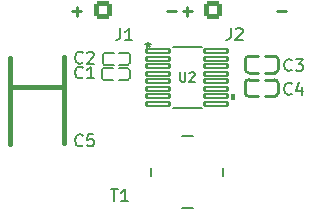
<source format=gto>
G04 #@! TF.GenerationSoftware,KiCad,Pcbnew,(6.0.7-1)-1*
G04 #@! TF.CreationDate,2024-07-24T16:53:05+03:00*
G04 #@! TF.ProjectId,Thermal,54686572-6d61-46c2-9e6b-696361645f70,rev?*
G04 #@! TF.SameCoordinates,Original*
G04 #@! TF.FileFunction,Legend,Top*
G04 #@! TF.FilePolarity,Positive*
%FSLAX46Y46*%
G04 Gerber Fmt 4.6, Leading zero omitted, Abs format (unit mm)*
G04 Created by KiCad (PCBNEW (6.0.7-1)-1) date 2024-07-24 16:53:05*
%MOMM*%
%LPD*%
G01*
G04 APERTURE LIST*
G04 Aperture macros list*
%AMRoundRect*
0 Rectangle with rounded corners*
0 $1 Rounding radius*
0 $2 $3 $4 $5 $6 $7 $8 $9 X,Y pos of 4 corners*
0 Add a 4 corners polygon primitive as box body*
4,1,4,$2,$3,$4,$5,$6,$7,$8,$9,$2,$3,0*
0 Add four circle primitives for the rounded corners*
1,1,$1+$1,$2,$3*
1,1,$1+$1,$4,$5*
1,1,$1+$1,$6,$7*
1,1,$1+$1,$8,$9*
0 Add four rect primitives between the rounded corners*
20,1,$1+$1,$2,$3,$4,$5,0*
20,1,$1+$1,$4,$5,$6,$7,0*
20,1,$1+$1,$6,$7,$8,$9,0*
20,1,$1+$1,$8,$9,$2,$3,0*%
G04 Aperture macros list end*
%ADD10C,0.250000*%
%ADD11C,0.150000*%
%ADD12C,0.152400*%
%ADD13C,0.025400*%
%ADD14C,0.059995*%
%ADD15C,0.254001*%
%ADD16C,0.150013*%
%ADD17C,0.400000*%
%ADD18RoundRect,0.102000X-0.990600X-0.177800X0.990600X-0.177800X0.990600X0.177800X-0.990600X0.177800X0*%
%ADD19R,0.790094X0.540005*%
%ADD20RoundRect,0.250000X-0.550000X-0.550000X0.550000X-0.550000X0.550000X0.550000X-0.550000X0.550000X0*%
%ADD21C,1.600000*%
%ADD22R,0.800000X0.900000*%
%ADD23R,2.800000X2.700000*%
%ADD24C,2.200000*%
%ADD25R,3.009906X2.799086*%
G04 APERTURE END LIST*
D10*
X409080952Y-94021428D02*
X408319047Y-94021428D01*
X401080952Y-94021428D02*
X400319047Y-94021428D01*
X400700000Y-94402380D02*
X400700000Y-93640476D01*
X391730952Y-94021428D02*
X390969047Y-94021428D01*
X391350000Y-94402380D02*
X391350000Y-93640476D01*
X399730952Y-94021428D02*
X398969047Y-94021428D01*
D11*
X400090130Y-99201963D02*
X400090130Y-99839384D01*
X400127626Y-99914375D01*
X400165121Y-99951870D01*
X400240112Y-99989365D01*
X400390093Y-99989365D01*
X400465084Y-99951870D01*
X400502579Y-99914375D01*
X400540074Y-99839384D01*
X400540074Y-99201963D01*
X400877532Y-99276954D02*
X400915028Y-99239459D01*
X400990018Y-99201963D01*
X401177495Y-99201963D01*
X401252486Y-99239459D01*
X401289981Y-99276954D01*
X401327476Y-99351945D01*
X401327476Y-99426935D01*
X401289981Y-99539421D01*
X400840037Y-99989365D01*
X401327476Y-99989365D01*
X397388056Y-96647140D02*
X397388056Y-96885236D01*
X397149960Y-96789998D02*
X397388056Y-96885236D01*
X397626151Y-96789998D01*
X397245198Y-97075712D02*
X397388056Y-96885236D01*
X397530913Y-97075712D01*
X391833333Y-99607142D02*
X391785714Y-99654761D01*
X391642857Y-99702380D01*
X391547619Y-99702380D01*
X391404761Y-99654761D01*
X391309523Y-99559523D01*
X391261904Y-99464285D01*
X391214285Y-99273809D01*
X391214285Y-99130952D01*
X391261904Y-98940476D01*
X391309523Y-98845238D01*
X391404761Y-98750000D01*
X391547619Y-98702380D01*
X391642857Y-98702380D01*
X391785714Y-98750000D01*
X391833333Y-98797619D01*
X392785714Y-99702380D02*
X392214285Y-99702380D01*
X392500000Y-99702380D02*
X392500000Y-98702380D01*
X392404761Y-98845238D01*
X392309523Y-98940476D01*
X392214285Y-98988095D01*
X404366666Y-95452380D02*
X404366666Y-96166666D01*
X404319047Y-96309523D01*
X404223809Y-96404761D01*
X404080952Y-96452380D01*
X403985714Y-96452380D01*
X404795238Y-95547619D02*
X404842857Y-95500000D01*
X404938095Y-95452380D01*
X405176190Y-95452380D01*
X405271428Y-95500000D01*
X405319047Y-95547619D01*
X405366666Y-95642857D01*
X405366666Y-95738095D01*
X405319047Y-95880952D01*
X404747619Y-96452380D01*
X405366666Y-96452380D01*
X409523389Y-98990302D02*
X409475770Y-99037921D01*
X409332913Y-99085540D01*
X409237675Y-99085540D01*
X409094817Y-99037921D01*
X408999579Y-98942683D01*
X408951960Y-98847445D01*
X408904341Y-98656969D01*
X408904341Y-98514112D01*
X408951960Y-98323636D01*
X408999579Y-98228398D01*
X409094817Y-98133160D01*
X409237675Y-98085540D01*
X409332913Y-98085540D01*
X409475770Y-98133160D01*
X409523389Y-98180779D01*
X409856722Y-98085540D02*
X410475770Y-98085540D01*
X410142436Y-98466493D01*
X410285294Y-98466493D01*
X410380532Y-98514112D01*
X410428151Y-98561731D01*
X410475770Y-98656969D01*
X410475770Y-98895064D01*
X410428151Y-98990302D01*
X410380532Y-99037921D01*
X410285294Y-99085540D01*
X409999579Y-99085540D01*
X409904341Y-99037921D01*
X409856722Y-98990302D01*
X395016666Y-95452380D02*
X395016666Y-96166666D01*
X394969047Y-96309523D01*
X394873809Y-96404761D01*
X394730952Y-96452380D01*
X394635714Y-96452380D01*
X396016666Y-96452380D02*
X395445238Y-96452380D01*
X395730952Y-96452380D02*
X395730952Y-95452380D01*
X395635714Y-95595238D01*
X395540476Y-95690476D01*
X395445238Y-95738095D01*
X391833333Y-98357142D02*
X391785714Y-98404761D01*
X391642857Y-98452380D01*
X391547619Y-98452380D01*
X391404761Y-98404761D01*
X391309523Y-98309523D01*
X391261904Y-98214285D01*
X391214285Y-98023809D01*
X391214285Y-97880952D01*
X391261904Y-97690476D01*
X391309523Y-97595238D01*
X391404761Y-97500000D01*
X391547619Y-97452380D01*
X391642857Y-97452380D01*
X391785714Y-97500000D01*
X391833333Y-97547619D01*
X392214285Y-97547619D02*
X392261904Y-97500000D01*
X392357142Y-97452380D01*
X392595238Y-97452380D01*
X392690476Y-97500000D01*
X392738095Y-97547619D01*
X392785714Y-97642857D01*
X392785714Y-97738095D01*
X392738095Y-97880952D01*
X392166666Y-98452380D01*
X392785714Y-98452380D01*
X394238095Y-109085540D02*
X394809523Y-109085540D01*
X394523809Y-110085540D02*
X394523809Y-109085540D01*
X395666666Y-110085540D02*
X395095238Y-110085540D01*
X395380952Y-110085540D02*
X395380952Y-109085540D01*
X395285714Y-109228398D01*
X395190476Y-109323636D01*
X395095238Y-109371255D01*
X391833333Y-105357142D02*
X391785714Y-105404761D01*
X391642857Y-105452380D01*
X391547619Y-105452380D01*
X391404761Y-105404761D01*
X391309523Y-105309523D01*
X391261904Y-105214285D01*
X391214285Y-105023809D01*
X391214285Y-104880952D01*
X391261904Y-104690476D01*
X391309523Y-104595238D01*
X391404761Y-104500000D01*
X391547619Y-104452380D01*
X391642857Y-104452380D01*
X391785714Y-104500000D01*
X391833333Y-104547619D01*
X392738095Y-104452380D02*
X392261904Y-104452380D01*
X392214285Y-104928571D01*
X392261904Y-104880952D01*
X392357142Y-104833333D01*
X392595238Y-104833333D01*
X392690476Y-104880952D01*
X392738095Y-104928571D01*
X392785714Y-105023809D01*
X392785714Y-105261904D01*
X392738095Y-105357142D01*
X392690476Y-105404761D01*
X392595238Y-105452380D01*
X392357142Y-105452380D01*
X392261904Y-105404761D01*
X392214285Y-105357142D01*
X409523389Y-100990302D02*
X409475770Y-101037921D01*
X409332913Y-101085540D01*
X409237675Y-101085540D01*
X409094817Y-101037921D01*
X408999579Y-100942683D01*
X408951960Y-100847445D01*
X408904341Y-100656969D01*
X408904341Y-100514112D01*
X408951960Y-100323636D01*
X408999579Y-100228398D01*
X409094817Y-100133160D01*
X409237675Y-100085540D01*
X409332913Y-100085540D01*
X409475770Y-100133160D01*
X409523389Y-100180779D01*
X410380532Y-100418874D02*
X410380532Y-101085540D01*
X410142436Y-100037921D02*
X409904341Y-100752207D01*
X410523389Y-100752207D01*
D12*
X399470856Y-102249360D02*
X401909256Y-102249360D01*
X401909256Y-97016960D02*
X399470856Y-97016960D01*
G36*
X404652456Y-101411160D02*
G01*
X404398456Y-101411160D01*
X404398456Y-101030160D01*
X404652456Y-101030160D01*
X404652456Y-101411160D01*
G37*
D13*
X404652456Y-101411160D02*
X404398456Y-101411160D01*
X404398456Y-101030160D01*
X404652456Y-101030160D01*
X404652456Y-101411160D01*
D12*
X395813678Y-98986957D02*
X395813678Y-99679363D01*
X395661278Y-99831763D02*
X394871184Y-99831763D01*
X393476264Y-98986957D02*
X393476264Y-99679363D01*
X393628664Y-99831763D02*
X394418758Y-99831763D01*
X394871184Y-98834557D02*
X395661278Y-98834557D01*
X394418758Y-98834557D02*
X393628664Y-98834557D01*
X393628664Y-98834553D02*
G75*
G03*
X393476264Y-98986957I7J-152407D01*
G01*
X393476268Y-99679363D02*
G75*
G03*
X393628664Y-99831763I152403J3D01*
G01*
X395661278Y-99831763D02*
G75*
G03*
X395813678Y-99679363I0J152400D01*
G01*
X395813678Y-98986957D02*
G75*
G03*
X395661278Y-98834557I-152400J0D01*
G01*
D14*
X395174968Y-99083147D02*
G75*
G03*
X395174968Y-99083147I-29997J0D01*
G01*
D15*
X407270295Y-99814109D02*
X408070270Y-99814109D01*
X405584570Y-100118123D02*
X405584570Y-100918097D01*
X408380049Y-100123965D02*
X408380049Y-100923990D01*
X406694400Y-99808293D02*
X405894400Y-99808293D01*
X407270295Y-101233769D02*
X408070270Y-101233769D01*
X406694400Y-101227902D02*
X405894400Y-101227902D01*
X405894349Y-99808293D02*
G75*
G03*
X405584519Y-100118123I0J-309830D01*
G01*
X408070219Y-101233764D02*
G75*
G03*
X408380049Y-100923939I-8J309838D01*
G01*
X408380058Y-100123964D02*
G75*
G03*
X408070219Y-99814109I-309827J28D01*
G01*
X405584520Y-100918098D02*
G75*
G03*
X405894349Y-101227952I309830J-24D01*
G01*
D14*
X406219901Y-100923787D02*
G75*
G03*
X406219901Y-100923787I-29972J0D01*
G01*
D12*
X395706363Y-97534557D02*
X394916269Y-97534557D01*
X394463843Y-98531763D02*
X393673749Y-98531763D01*
X394916269Y-98531763D02*
X395706363Y-98531763D01*
X395858763Y-98379363D02*
X395858763Y-97686957D01*
X393673749Y-97534557D02*
X394463843Y-97534557D01*
X393521349Y-98379363D02*
X393521349Y-97686957D01*
X395858759Y-97686957D02*
G75*
G03*
X395706363Y-97534557I-152403J-3D01*
G01*
X393673749Y-97534557D02*
G75*
G03*
X393521349Y-97686957I0J-152400D01*
G01*
X393521349Y-98379363D02*
G75*
G03*
X393673749Y-98531763I152400J0D01*
G01*
X395706363Y-98531767D02*
G75*
G03*
X395858763Y-98379363I-7J152407D01*
G01*
D14*
X394220053Y-98283173D02*
G75*
G03*
X394220053Y-98283173I-29997J0D01*
G01*
D16*
X403738062Y-107279261D02*
X403738062Y-107987059D01*
X397642050Y-107279337D02*
X397642050Y-107987059D01*
X400209182Y-104585154D02*
X401170955Y-104585154D01*
X400209233Y-110681166D02*
X401170930Y-110681166D01*
D14*
X397720028Y-104633160D02*
G75*
G03*
X397720028Y-104633160I-29972J0D01*
G01*
D17*
X390263800Y-97867500D02*
X390263800Y-105167500D01*
X385663800Y-105267500D02*
X385663800Y-97967500D01*
X390263800Y-100467500D02*
X385663800Y-100466230D01*
D14*
X385843784Y-97917487D02*
G75*
G03*
X385843784Y-97917487I-29997J0D01*
G01*
D15*
X407285662Y-97819570D02*
X408085662Y-97819570D01*
X408395492Y-98929349D02*
X408395492Y-98129375D01*
X405600013Y-98923507D02*
X405600013Y-98123482D01*
X407285662Y-99239179D02*
X408085662Y-99239179D01*
X406709767Y-99233363D02*
X405909792Y-99233363D01*
X406709767Y-97813703D02*
X405909792Y-97813703D01*
X408085713Y-99239179D02*
G75*
G03*
X408395543Y-98929349I0J309830D01*
G01*
X408395542Y-98129374D02*
G75*
G03*
X408085713Y-97819520I-309830J24D01*
G01*
X405909843Y-97813708D02*
G75*
G03*
X405600013Y-98123533I8J-309838D01*
G01*
X405600004Y-98923508D02*
G75*
G03*
X405909843Y-99233363I309827J-28D01*
G01*
D14*
X407820105Y-98123685D02*
G75*
G03*
X407820105Y-98123685I-29972J0D01*
G01*
%LPC*%
D18*
X398226256Y-97410660D03*
X398226256Y-98045660D03*
X398226256Y-98680660D03*
X398226256Y-99315660D03*
X398226256Y-99950660D03*
X398226256Y-100585660D03*
X398226256Y-101220660D03*
X398226256Y-101855660D03*
X403153856Y-101855660D03*
X403153856Y-101220660D03*
X403153856Y-100585660D03*
X403153856Y-99950660D03*
X403153856Y-99315660D03*
X403153856Y-98680660D03*
X403153856Y-98045660D03*
X403153856Y-97410660D03*
D19*
X395190056Y-99333160D03*
X394099886Y-99333160D03*
D20*
X402900000Y-93950000D03*
D21*
X406500000Y-93950000D03*
D22*
X406290006Y-100523736D03*
X407690056Y-100523736D03*
D20*
X393550000Y-93950000D03*
D21*
X397150000Y-93950000D03*
D19*
X394144971Y-98033160D03*
X395235141Y-98033160D03*
D23*
X398630112Y-105750254D03*
X398630112Y-109516320D03*
X402750000Y-109516320D03*
X402750000Y-105750000D03*
D24*
X388000000Y-94000000D03*
X388000000Y-94000000D03*
X412000000Y-94000000D03*
X412000000Y-94000000D03*
X387963800Y-109500000D03*
X387963800Y-109500000D03*
D25*
X387963800Y-98567500D03*
X387963800Y-104567500D03*
D24*
X412000000Y-109500000D03*
X412000000Y-109500000D03*
D22*
X407690056Y-98523736D03*
X406290006Y-98523736D03*
M02*

</source>
